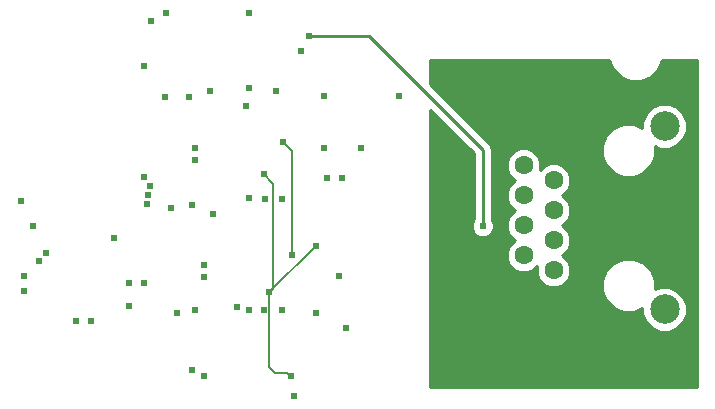
<source format=gbr>
G04 #@! TF.FileFunction,Copper,L4,Bot,Signal*
%FSLAX46Y46*%
G04 Gerber Fmt 4.6, Leading zero omitted, Abs format (unit mm)*
G04 Created by KiCad (PCBNEW 4.0.6) date 12/01/17 17:53:21*
%MOMM*%
%LPD*%
G01*
G04 APERTURE LIST*
%ADD10C,0.100000*%
%ADD11C,1.600000*%
%ADD12C,2.500000*%
%ADD13C,0.609600*%
%ADD14C,0.254000*%
%ADD15C,0.127000*%
G04 APERTURE END LIST*
D10*
D11*
X160434173Y-101788417D03*
X157894173Y-100518417D03*
X160434173Y-99248417D03*
X157894173Y-97978417D03*
X160434173Y-96708417D03*
X157894173Y-95438417D03*
X160434173Y-94168417D03*
X157894173Y-92898417D03*
D12*
X169834173Y-89593417D03*
X169834173Y-105093417D03*
D13*
X129794000Y-110236000D03*
X130810000Y-101346000D03*
X130810000Y-102362000D03*
X130048000Y-105156000D03*
X130810000Y-110744000D03*
X135890000Y-105156000D03*
X133604000Y-104902000D03*
X134366000Y-87884000D03*
X130048000Y-92456000D03*
X130048000Y-91440000D03*
X129540000Y-87122000D03*
X131318000Y-86614000D03*
X136017000Y-95758000D03*
X131572000Y-97028000D03*
X129794000Y-96266000D03*
X125730000Y-93853000D03*
X126238000Y-94615000D03*
X126111000Y-95377000D03*
X125984000Y-96139000D03*
X116332000Y-98044000D03*
X117475000Y-100330000D03*
X116840000Y-100965000D03*
X115570000Y-102235000D03*
X123190000Y-99060000D03*
X125730000Y-102870000D03*
X124460000Y-102870000D03*
X124460000Y-104775000D03*
X121285000Y-106045000D03*
X120015000Y-106045000D03*
X142240000Y-102235000D03*
X140970000Y-91440000D03*
X144145000Y-91440000D03*
X147320000Y-86995000D03*
X138430000Y-112395000D03*
X141224000Y-93980000D03*
X142875000Y-106680000D03*
X134620000Y-80010000D03*
X127635000Y-80010000D03*
X126365000Y-80645000D03*
X139065000Y-83185000D03*
X134645199Y-95631000D03*
X134620000Y-105156000D03*
X137414000Y-105156000D03*
X136906000Y-86614000D03*
X134620000Y-86360000D03*
X137414000Y-95758000D03*
X140970000Y-86995000D03*
X142494000Y-93980000D03*
X140335000Y-105410000D03*
X154432000Y-98044000D03*
X139700000Y-81915000D03*
X140335000Y-99695000D03*
X136385301Y-103644699D03*
X138176000Y-110744000D03*
X135890000Y-93599000D03*
X138303000Y-100457000D03*
X137541000Y-90932000D03*
X128524000Y-105410000D03*
X127508000Y-87122000D03*
X128016000Y-96520000D03*
X115315999Y-95885000D03*
X115570000Y-103505000D03*
X125730000Y-84455000D03*
X155575000Y-85090000D03*
X154305000Y-88900000D03*
X151130000Y-90805000D03*
X151130000Y-103505000D03*
X152400000Y-103505000D03*
X156210000Y-107315000D03*
X165735000Y-110490000D03*
X165735000Y-107950000D03*
X160020000Y-111125000D03*
D14*
X154432000Y-98044000D02*
X154432000Y-91567000D01*
X154432000Y-91567000D02*
X144780000Y-81915000D01*
X144780000Y-81915000D02*
X139700000Y-81915000D01*
D15*
X136385301Y-103644699D02*
X140335000Y-99695000D01*
X136385301Y-103644699D02*
X136690100Y-103339900D01*
X136690100Y-103339900D02*
X136690100Y-94399100D01*
X136690100Y-94399100D02*
X136639301Y-94348301D01*
X136855201Y-110439201D02*
X136385301Y-109969301D01*
X136385301Y-109969301D02*
X136385301Y-103644699D01*
X138176000Y-110744000D02*
X137871201Y-110439201D01*
X137871201Y-110439201D02*
X136855201Y-110439201D01*
X135890000Y-93599000D02*
X136639301Y-94348301D01*
X137541000Y-90932000D02*
X138303000Y-91694000D01*
X138303000Y-91694000D02*
X138303000Y-100457000D01*
D14*
G36*
X165490155Y-84766872D02*
X166118321Y-85396136D01*
X166939481Y-85737111D01*
X167828619Y-85737887D01*
X168650372Y-85398345D01*
X169279636Y-84770179D01*
X169620611Y-83949019D01*
X169620613Y-83947000D01*
X172593000Y-83947000D01*
X172593000Y-111633000D01*
X149987000Y-111633000D01*
X149987000Y-103501036D01*
X164548786Y-103501036D01*
X164888328Y-104322789D01*
X165516494Y-104952053D01*
X166337654Y-105293028D01*
X167226792Y-105293804D01*
X167949258Y-104995287D01*
X167948847Y-105466722D01*
X168235216Y-106159789D01*
X168765012Y-106690510D01*
X169457578Y-106978089D01*
X170207478Y-106978743D01*
X170900545Y-106692374D01*
X171431266Y-106162578D01*
X171718845Y-105470012D01*
X171719499Y-104720112D01*
X171433130Y-104027045D01*
X170903334Y-103496324D01*
X170210768Y-103208745D01*
X169460868Y-103208091D01*
X169018884Y-103390715D01*
X169019560Y-102615798D01*
X168680018Y-101794045D01*
X168051852Y-101164781D01*
X167230692Y-100823806D01*
X166341554Y-100823030D01*
X165519801Y-101162572D01*
X164890537Y-101790738D01*
X164549562Y-102611898D01*
X164548786Y-103501036D01*
X149987000Y-103501036D01*
X149987000Y-88199631D01*
X153670000Y-91882631D01*
X153670000Y-97476752D01*
X153635741Y-97510951D01*
X153492363Y-97856242D01*
X153492037Y-98230118D01*
X153634812Y-98575659D01*
X153898951Y-98840259D01*
X154244242Y-98983637D01*
X154618118Y-98983963D01*
X154963659Y-98841188D01*
X155228259Y-98577049D01*
X155371637Y-98231758D01*
X155371963Y-97857882D01*
X155229188Y-97512341D01*
X155194000Y-97477092D01*
X155194000Y-93182604D01*
X156458925Y-93182604D01*
X156676930Y-93710217D01*
X157080250Y-94114241D01*
X157210388Y-94168279D01*
X157082373Y-94221174D01*
X156678349Y-94624494D01*
X156459423Y-95151726D01*
X156458925Y-95722604D01*
X156676930Y-96250217D01*
X157080250Y-96654241D01*
X157210388Y-96708279D01*
X157082373Y-96761174D01*
X156678349Y-97164494D01*
X156459423Y-97691726D01*
X156458925Y-98262604D01*
X156676930Y-98790217D01*
X157080250Y-99194241D01*
X157210388Y-99248279D01*
X157082373Y-99301174D01*
X156678349Y-99704494D01*
X156459423Y-100231726D01*
X156458925Y-100802604D01*
X156676930Y-101330217D01*
X157080250Y-101734241D01*
X157607482Y-101953167D01*
X158178360Y-101953665D01*
X158705973Y-101735660D01*
X159041270Y-101400947D01*
X158999423Y-101501726D01*
X158998925Y-102072604D01*
X159216930Y-102600217D01*
X159620250Y-103004241D01*
X160147482Y-103223167D01*
X160718360Y-103223665D01*
X161245973Y-103005660D01*
X161649997Y-102602340D01*
X161868923Y-102075108D01*
X161869421Y-101504230D01*
X161651416Y-100976617D01*
X161248096Y-100572593D01*
X161117958Y-100518555D01*
X161245973Y-100465660D01*
X161649997Y-100062340D01*
X161868923Y-99535108D01*
X161869421Y-98964230D01*
X161651416Y-98436617D01*
X161248096Y-98032593D01*
X161117958Y-97978555D01*
X161245973Y-97925660D01*
X161649997Y-97522340D01*
X161868923Y-96995108D01*
X161869421Y-96424230D01*
X161651416Y-95896617D01*
X161248096Y-95492593D01*
X161117958Y-95438555D01*
X161245973Y-95385660D01*
X161649997Y-94982340D01*
X161868923Y-94455108D01*
X161869421Y-93884230D01*
X161651416Y-93356617D01*
X161248096Y-92952593D01*
X160720864Y-92733667D01*
X160149986Y-92733169D01*
X159622373Y-92951174D01*
X159287076Y-93285887D01*
X159328923Y-93185108D01*
X159329421Y-92614230D01*
X159111416Y-92086617D01*
X159095863Y-92071036D01*
X164548786Y-92071036D01*
X164888328Y-92892789D01*
X165516494Y-93522053D01*
X166337654Y-93863028D01*
X167226792Y-93863804D01*
X168048545Y-93524262D01*
X168677809Y-92896096D01*
X169018784Y-92074936D01*
X169019464Y-91296168D01*
X169457578Y-91478089D01*
X170207478Y-91478743D01*
X170900545Y-91192374D01*
X171431266Y-90662578D01*
X171718845Y-89970012D01*
X171719499Y-89220112D01*
X171433130Y-88527045D01*
X170903334Y-87996324D01*
X170210768Y-87708745D01*
X169460868Y-87708091D01*
X168767801Y-87994460D01*
X168237080Y-88524256D01*
X167949501Y-89216822D01*
X167949086Y-89692109D01*
X167230692Y-89393806D01*
X166341554Y-89393030D01*
X165519801Y-89732572D01*
X164890537Y-90360738D01*
X164549562Y-91181898D01*
X164548786Y-92071036D01*
X159095863Y-92071036D01*
X158708096Y-91682593D01*
X158180864Y-91463667D01*
X157609986Y-91463169D01*
X157082373Y-91681174D01*
X156678349Y-92084494D01*
X156459423Y-92611726D01*
X156458925Y-93182604D01*
X155194000Y-93182604D01*
X155194000Y-91567000D01*
X155135996Y-91275395D01*
X155080523Y-91192374D01*
X154970815Y-91028184D01*
X149987000Y-86044370D01*
X149987000Y-83947000D01*
X165151390Y-83947000D01*
X165490155Y-84766872D01*
X165490155Y-84766872D01*
G37*
X165490155Y-84766872D02*
X166118321Y-85396136D01*
X166939481Y-85737111D01*
X167828619Y-85737887D01*
X168650372Y-85398345D01*
X169279636Y-84770179D01*
X169620611Y-83949019D01*
X169620613Y-83947000D01*
X172593000Y-83947000D01*
X172593000Y-111633000D01*
X149987000Y-111633000D01*
X149987000Y-103501036D01*
X164548786Y-103501036D01*
X164888328Y-104322789D01*
X165516494Y-104952053D01*
X166337654Y-105293028D01*
X167226792Y-105293804D01*
X167949258Y-104995287D01*
X167948847Y-105466722D01*
X168235216Y-106159789D01*
X168765012Y-106690510D01*
X169457578Y-106978089D01*
X170207478Y-106978743D01*
X170900545Y-106692374D01*
X171431266Y-106162578D01*
X171718845Y-105470012D01*
X171719499Y-104720112D01*
X171433130Y-104027045D01*
X170903334Y-103496324D01*
X170210768Y-103208745D01*
X169460868Y-103208091D01*
X169018884Y-103390715D01*
X169019560Y-102615798D01*
X168680018Y-101794045D01*
X168051852Y-101164781D01*
X167230692Y-100823806D01*
X166341554Y-100823030D01*
X165519801Y-101162572D01*
X164890537Y-101790738D01*
X164549562Y-102611898D01*
X164548786Y-103501036D01*
X149987000Y-103501036D01*
X149987000Y-88199631D01*
X153670000Y-91882631D01*
X153670000Y-97476752D01*
X153635741Y-97510951D01*
X153492363Y-97856242D01*
X153492037Y-98230118D01*
X153634812Y-98575659D01*
X153898951Y-98840259D01*
X154244242Y-98983637D01*
X154618118Y-98983963D01*
X154963659Y-98841188D01*
X155228259Y-98577049D01*
X155371637Y-98231758D01*
X155371963Y-97857882D01*
X155229188Y-97512341D01*
X155194000Y-97477092D01*
X155194000Y-93182604D01*
X156458925Y-93182604D01*
X156676930Y-93710217D01*
X157080250Y-94114241D01*
X157210388Y-94168279D01*
X157082373Y-94221174D01*
X156678349Y-94624494D01*
X156459423Y-95151726D01*
X156458925Y-95722604D01*
X156676930Y-96250217D01*
X157080250Y-96654241D01*
X157210388Y-96708279D01*
X157082373Y-96761174D01*
X156678349Y-97164494D01*
X156459423Y-97691726D01*
X156458925Y-98262604D01*
X156676930Y-98790217D01*
X157080250Y-99194241D01*
X157210388Y-99248279D01*
X157082373Y-99301174D01*
X156678349Y-99704494D01*
X156459423Y-100231726D01*
X156458925Y-100802604D01*
X156676930Y-101330217D01*
X157080250Y-101734241D01*
X157607482Y-101953167D01*
X158178360Y-101953665D01*
X158705973Y-101735660D01*
X159041270Y-101400947D01*
X158999423Y-101501726D01*
X158998925Y-102072604D01*
X159216930Y-102600217D01*
X159620250Y-103004241D01*
X160147482Y-103223167D01*
X160718360Y-103223665D01*
X161245973Y-103005660D01*
X161649997Y-102602340D01*
X161868923Y-102075108D01*
X161869421Y-101504230D01*
X161651416Y-100976617D01*
X161248096Y-100572593D01*
X161117958Y-100518555D01*
X161245973Y-100465660D01*
X161649997Y-100062340D01*
X161868923Y-99535108D01*
X161869421Y-98964230D01*
X161651416Y-98436617D01*
X161248096Y-98032593D01*
X161117958Y-97978555D01*
X161245973Y-97925660D01*
X161649997Y-97522340D01*
X161868923Y-96995108D01*
X161869421Y-96424230D01*
X161651416Y-95896617D01*
X161248096Y-95492593D01*
X161117958Y-95438555D01*
X161245973Y-95385660D01*
X161649997Y-94982340D01*
X161868923Y-94455108D01*
X161869421Y-93884230D01*
X161651416Y-93356617D01*
X161248096Y-92952593D01*
X160720864Y-92733667D01*
X160149986Y-92733169D01*
X159622373Y-92951174D01*
X159287076Y-93285887D01*
X159328923Y-93185108D01*
X159329421Y-92614230D01*
X159111416Y-92086617D01*
X159095863Y-92071036D01*
X164548786Y-92071036D01*
X164888328Y-92892789D01*
X165516494Y-93522053D01*
X166337654Y-93863028D01*
X167226792Y-93863804D01*
X168048545Y-93524262D01*
X168677809Y-92896096D01*
X169018784Y-92074936D01*
X169019464Y-91296168D01*
X169457578Y-91478089D01*
X170207478Y-91478743D01*
X170900545Y-91192374D01*
X171431266Y-90662578D01*
X171718845Y-89970012D01*
X171719499Y-89220112D01*
X171433130Y-88527045D01*
X170903334Y-87996324D01*
X170210768Y-87708745D01*
X169460868Y-87708091D01*
X168767801Y-87994460D01*
X168237080Y-88524256D01*
X167949501Y-89216822D01*
X167949086Y-89692109D01*
X167230692Y-89393806D01*
X166341554Y-89393030D01*
X165519801Y-89732572D01*
X164890537Y-90360738D01*
X164549562Y-91181898D01*
X164548786Y-92071036D01*
X159095863Y-92071036D01*
X158708096Y-91682593D01*
X158180864Y-91463667D01*
X157609986Y-91463169D01*
X157082373Y-91681174D01*
X156678349Y-92084494D01*
X156459423Y-92611726D01*
X156458925Y-93182604D01*
X155194000Y-93182604D01*
X155194000Y-91567000D01*
X155135996Y-91275395D01*
X155080523Y-91192374D01*
X154970815Y-91028184D01*
X149987000Y-86044370D01*
X149987000Y-83947000D01*
X165151390Y-83947000D01*
X165490155Y-84766872D01*
M02*

</source>
